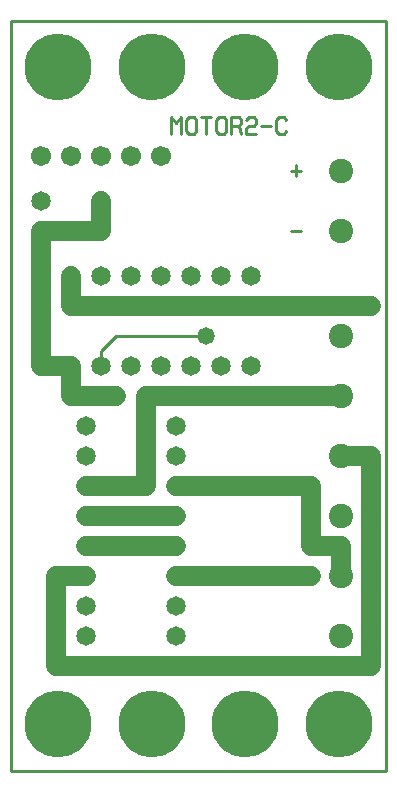
<source format=gtl>
%MOIN*%
%FSLAX25Y25*%
G04 D10 used for Character Trace; *
G04     Circle (OD=.01000) (No hole)*
G04 D11 used for Power Trace; *
G04     Circle (OD=.06700) (No hole)*
G04 D12 used for Signal Trace; *
G04     Circle (OD=.01100) (No hole)*
G04 D13 used for Via; *
G04     Circle (OD=.05800) (Round. Hole ID=.02800)*
G04 D14 used for Component hole; *
G04     Circle (OD=.06500) (Round. Hole ID=.03500)*
G04 D15 used for Component hole; *
G04     Circle (OD=.06700) (Round. Hole ID=.04300)*
G04 D16 used for Component hole; *
G04     Circle (OD=.08100) (Round. Hole ID=.05100)*
G04 D17 used for Component hole; *
G04     Circle (OD=.08900) (Round. Hole ID=.05900)*
G04 D18 used for Component hole; *
G04     Circle (OD=.11300) (Round. Hole ID=.08300)*
G04 D19 used for Component hole; *
G04     Circle (OD=.16000) (Round. Hole ID=.13000)*
G04 D20 used for Component hole; *
G04     Circle (OD=.18300) (Round. Hole ID=.15300)*
G04 D21 used for Component hole; *
G04     Circle (OD=.22291) (Round. Hole ID=.19291)*
%ADD10C,.01000*%
%ADD11C,.06700*%
%ADD12C,.01100*%
%ADD13C,.05800*%
%ADD14C,.06500*%
%ADD15C,.06700*%
%ADD16C,.08100*%
%ADD17C,.08900*%
%ADD18C,.11300*%
%ADD19C,.16000*%
%ADD20C,.18300*%
%ADD21C,.22291*%
%IPPOS*%
%LPD*%
G90*X0Y0D02*D21*X15625Y15625D03*D11*              
X15000Y35000D02*X120000D01*Y105000D01*X110000D01* 
D16*D03*D11*X100000Y75000D02*Y95000D01*Y75000D02* 
X110000D01*Y65000D01*D16*D03*D13*X100000D03*D11*  
X55000D01*D14*D03*Y75000D03*D11*X25000D01*D14*D03*
D11*X15000Y35000D02*Y65000D01*D14*X25000Y45000D03*
Y55000D03*D21*X46875Y15625D03*D14*X25000Y65000D03*
D11*X15000D01*D14*X25000Y85000D03*D11*X55000D01*  
D14*D03*D11*X25000Y95000D02*X45000D01*D14*        
X25000D03*Y105000D03*D11*X45000Y95000D02*         
Y125000D01*X110000D01*D16*D03*Y145000D03*D13*     
X120000Y155000D03*D11*X20000D01*Y165000D01*D14*   
D03*X30000D03*D11*X10000Y180000D02*X30000D01*     
X10000Y135000D02*Y180000D01*Y135000D02*X20000D01* 
D14*D03*D11*Y125000D01*X35000D01*D13*D03*D14*     
X25000Y115000D03*X40000Y135000D03*X30000D03*D12*  
Y140000D01*X35000Y145000D01*X65000D01*D13*D03*D14*
X60000Y135000D03*X70000D03*X80000D03*X50000D03*   
X80000Y165000D03*X70000D03*X60000D03*X50000D03*   
X40000D03*X55000Y115000D03*D11*X30000Y180000D02*  
Y190000D01*D14*D03*D15*X40000Y205000D03*X30000D03*
X20000D03*X10000D03*D14*Y190000D03*D15*           
X50000Y205000D03*D10*X53326Y212129D02*Y217871D01* 
X55000Y215957D01*X56674Y217871D01*Y212129D01*     
X61674Y213086D02*X60837Y212129D01*X59163D01*      
X58326Y213086D01*Y216914D01*X59163Y217871D01*     
X60837D01*X61674Y216914D01*Y213086D01*            
X65000Y212129D02*Y217871D01*X63326D02*X66674D01*  
X71674Y213086D02*X70837Y212129D01*X69163D01*      
X68326Y213086D01*Y216914D01*X69163Y217871D01*     
X70837D01*X71674Y216914D01*Y213086D01*            
X73326Y212129D02*Y217871D01*X75837D01*            
X76674Y216914D01*Y215957D01*X75837Y215000D01*     
X73326D01*X75837D02*X76674Y212129D01*             
X78326Y216914D02*X79163Y217871D01*X80837D01*      
X81674Y216914D01*Y215957D01*X80837Y215000D01*     
X79163D01*X78326Y214043D01*Y212129D01*X81674D01*  
X83326Y215000D02*X86674D01*X91674Y213086D02*      
X90837Y212129D01*X89163D01*X88326Y213086D01*      
Y216914D01*X89163Y217871D01*X90837D01*            
X91674Y216914D01*D21*X46875Y234375D03*X15625D03*  
X78125D03*D12*X0Y0D02*Y250000D01*Y0D02*X125000D01*
Y250000D01*X0D01*D10*X93326Y180000D02*X96674D01*  
X93326Y200000D02*X96674D01*X95000Y201914D02*      
Y198086D01*D16*X110000Y180000D03*Y200000D03*D21*  
X109375Y234375D03*D14*X55000Y105000D03*Y95000D03* 
D11*X100000D01*D16*X110000Y85000D03*D14*          
X55000Y55000D03*Y45000D03*D16*X110000D03*D21*     
X78125Y15625D03*X109375D03*M02*                   

</source>
